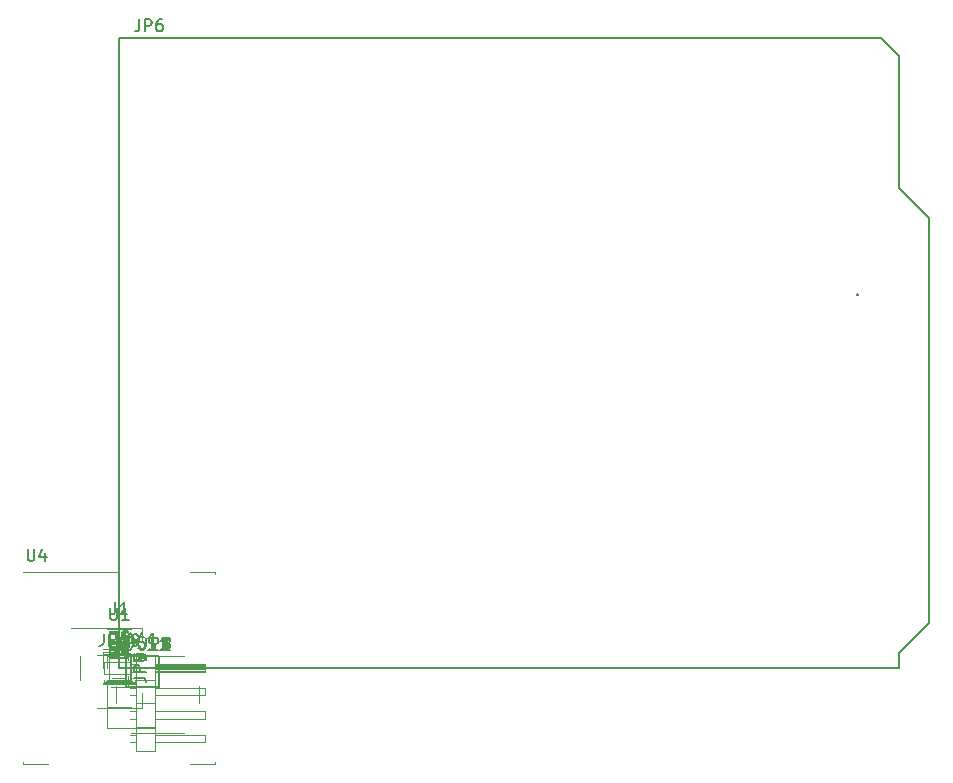
<source format=gbr>
G04 #@! TF.FileFunction,Legend,Top*
%FSLAX46Y46*%
G04 Gerber Fmt 4.6, Leading zero omitted, Abs format (unit mm)*
G04 Created by KiCad (PCBNEW 4.0.7) date Friday, April 27, 2018 'AMt' 09:02:40 AM*
%MOMM*%
%LPD*%
G01*
G04 APERTURE LIST*
%ADD10C,0.100000*%
%ADD11C,0.120000*%
%ADD12C,0.150000*%
G04 APERTURE END LIST*
D10*
D11*
X150271100Y-99073600D02*
X149271100Y-99073600D01*
X149271100Y-100773600D02*
X150271100Y-100773600D01*
X150271100Y-99073600D02*
X149271100Y-99073600D01*
X149271100Y-100773600D02*
X150271100Y-100773600D01*
X148471100Y-99423600D02*
X148471100Y-100423600D01*
X148471100Y-100423600D02*
X150571100Y-100423600D01*
X148471100Y-99423600D02*
X150571100Y-99423600D01*
X148771100Y-96623600D02*
X150771100Y-96623600D01*
X148771100Y-103223600D02*
X150771100Y-103223600D01*
X153071100Y-98923600D02*
X153071100Y-100923600D01*
X146471100Y-98923600D02*
X146471100Y-100923600D01*
X151211100Y-98863600D02*
X151211100Y-106983600D01*
X151211100Y-106983600D02*
X152831100Y-106983600D01*
X152831100Y-106983600D02*
X152831100Y-98863600D01*
X152831100Y-98863600D02*
X151211100Y-98863600D01*
X152831100Y-99613600D02*
X157031100Y-99613600D01*
X157031100Y-99613600D02*
X157031100Y-100233600D01*
X157031100Y-100233600D02*
X152831100Y-100233600D01*
X152831100Y-99673600D02*
X157031100Y-99673600D01*
X152831100Y-99793600D02*
X157031100Y-99793600D01*
X152831100Y-99913600D02*
X157031100Y-99913600D01*
X152831100Y-100033600D02*
X157031100Y-100033600D01*
X152831100Y-100153600D02*
X157031100Y-100153600D01*
X150706100Y-99613600D02*
X151211100Y-99613600D01*
X150706100Y-100233600D02*
X151211100Y-100233600D01*
X151211100Y-100923600D02*
X152831100Y-100923600D01*
X152831100Y-101613600D02*
X157031100Y-101613600D01*
X157031100Y-101613600D02*
X157031100Y-102233600D01*
X157031100Y-102233600D02*
X152831100Y-102233600D01*
X150653214Y-101613600D02*
X151211100Y-101613600D01*
X150653214Y-102233600D02*
X151211100Y-102233600D01*
X151211100Y-102923600D02*
X152831100Y-102923600D01*
X152831100Y-103613600D02*
X157031100Y-103613600D01*
X157031100Y-103613600D02*
X157031100Y-104233600D01*
X157031100Y-104233600D02*
X152831100Y-104233600D01*
X150653214Y-103613600D02*
X151211100Y-103613600D01*
X150653214Y-104233600D02*
X151211100Y-104233600D01*
X151211100Y-104923600D02*
X152831100Y-104923600D01*
X152831100Y-105613600D02*
X157031100Y-105613600D01*
X157031100Y-105613600D02*
X157031100Y-106233600D01*
X157031100Y-106233600D02*
X152831100Y-106233600D01*
X150653214Y-105613600D02*
X151211100Y-105613600D01*
X150653214Y-106233600D02*
X151211100Y-106233600D01*
X148771100Y-99923600D02*
X148771100Y-98923600D01*
X148771100Y-98923600D02*
X149771100Y-98923600D01*
X151211100Y-98863600D02*
X151211100Y-106983600D01*
X151211100Y-106983600D02*
X152831100Y-106983600D01*
X152831100Y-106983600D02*
X152831100Y-98863600D01*
X152831100Y-98863600D02*
X151211100Y-98863600D01*
X152831100Y-99613600D02*
X157031100Y-99613600D01*
X157031100Y-99613600D02*
X157031100Y-100233600D01*
X157031100Y-100233600D02*
X152831100Y-100233600D01*
X152831100Y-99673600D02*
X157031100Y-99673600D01*
X152831100Y-99793600D02*
X157031100Y-99793600D01*
X152831100Y-99913600D02*
X157031100Y-99913600D01*
X152831100Y-100033600D02*
X157031100Y-100033600D01*
X152831100Y-100153600D02*
X157031100Y-100153600D01*
X150706100Y-99613600D02*
X151211100Y-99613600D01*
X150706100Y-100233600D02*
X151211100Y-100233600D01*
X151211100Y-100923600D02*
X152831100Y-100923600D01*
X152831100Y-101613600D02*
X157031100Y-101613600D01*
X157031100Y-101613600D02*
X157031100Y-102233600D01*
X157031100Y-102233600D02*
X152831100Y-102233600D01*
X150653214Y-101613600D02*
X151211100Y-101613600D01*
X150653214Y-102233600D02*
X151211100Y-102233600D01*
X151211100Y-102923600D02*
X152831100Y-102923600D01*
X152831100Y-103613600D02*
X157031100Y-103613600D01*
X157031100Y-103613600D02*
X157031100Y-104233600D01*
X157031100Y-104233600D02*
X152831100Y-104233600D01*
X150653214Y-103613600D02*
X151211100Y-103613600D01*
X150653214Y-104233600D02*
X151211100Y-104233600D01*
X151211100Y-104923600D02*
X152831100Y-104923600D01*
X152831100Y-105613600D02*
X157031100Y-105613600D01*
X157031100Y-105613600D02*
X157031100Y-106233600D01*
X157031100Y-106233600D02*
X152831100Y-106233600D01*
X150653214Y-105613600D02*
X151211100Y-105613600D01*
X150653214Y-106233600D02*
X151211100Y-106233600D01*
X148771100Y-99923600D02*
X148771100Y-98923600D01*
X148771100Y-98923600D02*
X149771100Y-98923600D01*
X151211100Y-98863600D02*
X151211100Y-106983600D01*
X151211100Y-106983600D02*
X152831100Y-106983600D01*
X152831100Y-106983600D02*
X152831100Y-98863600D01*
X152831100Y-98863600D02*
X151211100Y-98863600D01*
X152831100Y-99613600D02*
X157031100Y-99613600D01*
X157031100Y-99613600D02*
X157031100Y-100233600D01*
X157031100Y-100233600D02*
X152831100Y-100233600D01*
X152831100Y-99673600D02*
X157031100Y-99673600D01*
X152831100Y-99793600D02*
X157031100Y-99793600D01*
X152831100Y-99913600D02*
X157031100Y-99913600D01*
X152831100Y-100033600D02*
X157031100Y-100033600D01*
X152831100Y-100153600D02*
X157031100Y-100153600D01*
X150706100Y-99613600D02*
X151211100Y-99613600D01*
X150706100Y-100233600D02*
X151211100Y-100233600D01*
X151211100Y-100923600D02*
X152831100Y-100923600D01*
X152831100Y-101613600D02*
X157031100Y-101613600D01*
X157031100Y-101613600D02*
X157031100Y-102233600D01*
X157031100Y-102233600D02*
X152831100Y-102233600D01*
X150653214Y-101613600D02*
X151211100Y-101613600D01*
X150653214Y-102233600D02*
X151211100Y-102233600D01*
X151211100Y-102923600D02*
X152831100Y-102923600D01*
X152831100Y-103613600D02*
X157031100Y-103613600D01*
X157031100Y-103613600D02*
X157031100Y-104233600D01*
X157031100Y-104233600D02*
X152831100Y-104233600D01*
X150653214Y-103613600D02*
X151211100Y-103613600D01*
X150653214Y-104233600D02*
X151211100Y-104233600D01*
X151211100Y-104923600D02*
X152831100Y-104923600D01*
X152831100Y-105613600D02*
X157031100Y-105613600D01*
X157031100Y-105613600D02*
X157031100Y-106233600D01*
X157031100Y-106233600D02*
X152831100Y-106233600D01*
X150653214Y-105613600D02*
X151211100Y-105613600D01*
X150653214Y-106233600D02*
X151211100Y-106233600D01*
X148771100Y-99923600D02*
X148771100Y-98923600D01*
X148771100Y-98923600D02*
X149771100Y-98923600D01*
X151211100Y-98863600D02*
X151211100Y-106983600D01*
X151211100Y-106983600D02*
X152831100Y-106983600D01*
X152831100Y-106983600D02*
X152831100Y-98863600D01*
X152831100Y-98863600D02*
X151211100Y-98863600D01*
X152831100Y-99613600D02*
X157031100Y-99613600D01*
X157031100Y-99613600D02*
X157031100Y-100233600D01*
X157031100Y-100233600D02*
X152831100Y-100233600D01*
X152831100Y-99673600D02*
X157031100Y-99673600D01*
X152831100Y-99793600D02*
X157031100Y-99793600D01*
X152831100Y-99913600D02*
X157031100Y-99913600D01*
X152831100Y-100033600D02*
X157031100Y-100033600D01*
X152831100Y-100153600D02*
X157031100Y-100153600D01*
X150706100Y-99613600D02*
X151211100Y-99613600D01*
X150706100Y-100233600D02*
X151211100Y-100233600D01*
X151211100Y-100923600D02*
X152831100Y-100923600D01*
X152831100Y-101613600D02*
X157031100Y-101613600D01*
X157031100Y-101613600D02*
X157031100Y-102233600D01*
X157031100Y-102233600D02*
X152831100Y-102233600D01*
X150653214Y-101613600D02*
X151211100Y-101613600D01*
X150653214Y-102233600D02*
X151211100Y-102233600D01*
X151211100Y-102923600D02*
X152831100Y-102923600D01*
X152831100Y-103613600D02*
X157031100Y-103613600D01*
X157031100Y-103613600D02*
X157031100Y-104233600D01*
X157031100Y-104233600D02*
X152831100Y-104233600D01*
X150653214Y-103613600D02*
X151211100Y-103613600D01*
X150653214Y-104233600D02*
X151211100Y-104233600D01*
X151211100Y-104923600D02*
X152831100Y-104923600D01*
X152831100Y-105613600D02*
X157031100Y-105613600D01*
X157031100Y-105613600D02*
X157031100Y-106233600D01*
X157031100Y-106233600D02*
X152831100Y-106233600D01*
X150653214Y-105613600D02*
X151211100Y-105613600D01*
X150653214Y-106233600D02*
X151211100Y-106233600D01*
X148771100Y-99923600D02*
X148771100Y-98923600D01*
X148771100Y-98923600D02*
X149771100Y-98923600D01*
X148711100Y-104983600D02*
X152831100Y-104983600D01*
X148711100Y-100923600D02*
X148711100Y-104983600D01*
X152831100Y-98863600D02*
X152831100Y-104983600D01*
X148711100Y-100923600D02*
X150771100Y-100923600D01*
X150771100Y-100923600D02*
X150771100Y-98863600D01*
X150771100Y-98863600D02*
X152831100Y-98863600D01*
X148711100Y-99923600D02*
X148711100Y-98863600D01*
X148711100Y-98863600D02*
X149771100Y-98863600D01*
D12*
X149771100Y-46583600D02*
X149771100Y-99923600D01*
X215811100Y-59283600D02*
X215811100Y-48107600D01*
X218351100Y-61823600D02*
X215811100Y-59283600D01*
X218351100Y-96113600D02*
X218351100Y-61823600D01*
X215811100Y-98653600D02*
X218351100Y-96113600D01*
X215811100Y-99923600D02*
X215811100Y-98653600D01*
X214287100Y-46583600D02*
X215811100Y-48107600D01*
X149771100Y-99923600D02*
X215811100Y-99923600D01*
X149771100Y-46583600D02*
X214287100Y-46583600D01*
D11*
X148881100Y-98653600D02*
X148881100Y-101193600D01*
X150661100Y-101193600D02*
X150661100Y-98653600D01*
X150661100Y-101193600D02*
X148881100Y-101193600D01*
X148881100Y-98653600D02*
X150661100Y-98653600D01*
X148881100Y-98653600D02*
X148881100Y-101193600D01*
X150661100Y-101193600D02*
X150661100Y-98653600D01*
X150661100Y-101193600D02*
X148881100Y-101193600D01*
X148881100Y-98653600D02*
X150661100Y-98653600D01*
X148881100Y-98653600D02*
X148881100Y-101193600D01*
X150661100Y-101193600D02*
X150661100Y-98653600D01*
X150661100Y-101193600D02*
X148881100Y-101193600D01*
X148881100Y-98653600D02*
X150661100Y-98653600D01*
X148441100Y-101253600D02*
X151101100Y-101253600D01*
X148441100Y-101193600D02*
X148441100Y-101253600D01*
X151101100Y-101193600D02*
X151101100Y-101253600D01*
X148441100Y-101193600D02*
X151101100Y-101193600D01*
X148441100Y-99923600D02*
X148441100Y-98593600D01*
X148441100Y-98593600D02*
X149771100Y-98593600D01*
X150531100Y-101503600D02*
X150531100Y-100573600D01*
X150531100Y-98343600D02*
X150531100Y-99273600D01*
X150531100Y-98343600D02*
X148371100Y-98343600D01*
X150531100Y-101503600D02*
X149071100Y-101503600D01*
X150531100Y-101503600D02*
X150531100Y-100573600D01*
X150531100Y-98343600D02*
X150531100Y-99273600D01*
X150531100Y-98343600D02*
X148371100Y-98343600D01*
X150531100Y-101503600D02*
X149071100Y-101503600D01*
X150371100Y-100803600D02*
X149171100Y-100803600D01*
X149171100Y-99043600D02*
X150371100Y-99043600D01*
X150371100Y-100803600D02*
X149171100Y-100803600D01*
X149171100Y-99043600D02*
X150371100Y-99043600D01*
X150371100Y-100803600D02*
X149171100Y-100803600D01*
X149171100Y-99043600D02*
X150371100Y-99043600D01*
X150371100Y-100803600D02*
X149171100Y-100803600D01*
X149171100Y-99043600D02*
X150371100Y-99043600D01*
X150371100Y-100803600D02*
X149171100Y-100803600D01*
X149171100Y-99043600D02*
X150371100Y-99043600D01*
X150371100Y-100803600D02*
X149171100Y-100803600D01*
X149171100Y-99043600D02*
X150371100Y-99043600D01*
X150371100Y-100803600D02*
X149171100Y-100803600D01*
X149171100Y-99043600D02*
X150371100Y-99043600D01*
X150371100Y-100803600D02*
X149171100Y-100803600D01*
X149171100Y-99043600D02*
X150371100Y-99043600D01*
X150771100Y-105423600D02*
X155271100Y-105423600D01*
X149521100Y-101423600D02*
X149521100Y-102923600D01*
X155271100Y-98923600D02*
X150771100Y-98923600D01*
X156521100Y-102923600D02*
X156521100Y-101423600D01*
X151681100Y-103333600D02*
X151681100Y-102073600D01*
X151681100Y-96513600D02*
X151681100Y-97773600D01*
X147921100Y-103333600D02*
X151681100Y-103333600D01*
X145671100Y-96513600D02*
X151681100Y-96513600D01*
X150871100Y-101023600D02*
X148671100Y-101023600D01*
X150871100Y-98823600D02*
X147871100Y-98823600D01*
X150871100Y-101023600D02*
X148671100Y-101023600D01*
X150871100Y-98823600D02*
X147871100Y-98823600D01*
D10*
X141651100Y-91803600D02*
X149771100Y-91803600D01*
X155771100Y-108043600D02*
X157891100Y-108043600D01*
X157891100Y-108043600D02*
X157891100Y-107873600D01*
X141651100Y-108043600D02*
X143771100Y-108043600D01*
X141651100Y-108043600D02*
X141651100Y-107873600D01*
X155771100Y-91803600D02*
X157891100Y-91803600D01*
X157891100Y-91803600D02*
X157891100Y-91973600D01*
D11*
X148471100Y-101123600D02*
X148471100Y-100923600D01*
X148471100Y-98823600D02*
X148071100Y-98823600D01*
X148471100Y-98723600D02*
X148471100Y-98823600D01*
X151071100Y-98723600D02*
X148471100Y-98723600D01*
X151071100Y-98923600D02*
X151071100Y-98723600D01*
X151071100Y-101123600D02*
X151071100Y-100923600D01*
X148471100Y-101123600D02*
X151071100Y-101123600D01*
D12*
X150371100Y-101523600D02*
X153171100Y-101523600D01*
X151771100Y-98923600D02*
X150371100Y-98923600D01*
X151771100Y-98923600D02*
X153171100Y-98923600D01*
X153171100Y-98923600D02*
X153171100Y-101523600D01*
X150371100Y-101523600D02*
X150371100Y-98923600D01*
X149604434Y-98780743D02*
X149556815Y-98828362D01*
X149413958Y-98875981D01*
X149318720Y-98875981D01*
X149175862Y-98828362D01*
X149080624Y-98733124D01*
X149033005Y-98637886D01*
X148985386Y-98447410D01*
X148985386Y-98304552D01*
X149033005Y-98114076D01*
X149080624Y-98018838D01*
X149175862Y-97923600D01*
X149318720Y-97875981D01*
X149413958Y-97875981D01*
X149556815Y-97923600D01*
X149604434Y-97971219D01*
X150556815Y-98875981D02*
X149985386Y-98875981D01*
X150271100Y-98875981D02*
X150271100Y-97875981D01*
X150175862Y-98018838D01*
X150080624Y-98114076D01*
X149985386Y-98161695D01*
X149604434Y-98780743D02*
X149556815Y-98828362D01*
X149413958Y-98875981D01*
X149318720Y-98875981D01*
X149175862Y-98828362D01*
X149080624Y-98733124D01*
X149033005Y-98637886D01*
X148985386Y-98447410D01*
X148985386Y-98304552D01*
X149033005Y-98114076D01*
X149080624Y-98018838D01*
X149175862Y-97923600D01*
X149318720Y-97875981D01*
X149413958Y-97875981D01*
X149556815Y-97923600D01*
X149604434Y-97971219D01*
X149985386Y-97971219D02*
X150033005Y-97923600D01*
X150128243Y-97875981D01*
X150366339Y-97875981D01*
X150461577Y-97923600D01*
X150509196Y-97971219D01*
X150556815Y-98066457D01*
X150556815Y-98161695D01*
X150509196Y-98304552D01*
X149937767Y-98875981D01*
X150556815Y-98875981D01*
X149033005Y-99125981D02*
X149033005Y-98125981D01*
X149271100Y-98125981D01*
X149413958Y-98173600D01*
X149509196Y-98268838D01*
X149556815Y-98364076D01*
X149604434Y-98554552D01*
X149604434Y-98697410D01*
X149556815Y-98887886D01*
X149509196Y-98983124D01*
X149413958Y-99078362D01*
X149271100Y-99125981D01*
X149033005Y-99125981D01*
X150556815Y-99125981D02*
X149985386Y-99125981D01*
X150271100Y-99125981D02*
X150271100Y-98125981D01*
X150175862Y-98268838D01*
X150080624Y-98364076D01*
X149985386Y-98411695D01*
X149437767Y-94375981D02*
X149437767Y-95090267D01*
X149390147Y-95233124D01*
X149294909Y-95328362D01*
X149152052Y-95375981D01*
X149056814Y-95375981D01*
X150437767Y-95375981D02*
X149866338Y-95375981D01*
X150152052Y-95375981D02*
X150152052Y-94375981D01*
X150056814Y-94518838D01*
X149961576Y-94614076D01*
X149866338Y-94661695D01*
X152037767Y-97375981D02*
X152037767Y-98090267D01*
X151990147Y-98233124D01*
X151894909Y-98328362D01*
X151752052Y-98375981D01*
X151656814Y-98375981D01*
X152513957Y-98375981D02*
X152513957Y-97375981D01*
X152894910Y-97375981D01*
X152990148Y-97423600D01*
X153037767Y-97471219D01*
X153085386Y-97566457D01*
X153085386Y-97709314D01*
X153037767Y-97804552D01*
X152990148Y-97852171D01*
X152894910Y-97899790D01*
X152513957Y-97899790D01*
X154037767Y-98375981D02*
X153466338Y-98375981D01*
X153752052Y-98375981D02*
X153752052Y-97375981D01*
X153656814Y-97518838D01*
X153561576Y-97614076D01*
X153466338Y-97661695D01*
X152037767Y-97375981D02*
X152037767Y-98090267D01*
X151990147Y-98233124D01*
X151894909Y-98328362D01*
X151752052Y-98375981D01*
X151656814Y-98375981D01*
X152513957Y-98375981D02*
X152513957Y-97375981D01*
X152894910Y-97375981D01*
X152990148Y-97423600D01*
X153037767Y-97471219D01*
X153085386Y-97566457D01*
X153085386Y-97709314D01*
X153037767Y-97804552D01*
X152990148Y-97852171D01*
X152894910Y-97899790D01*
X152513957Y-97899790D01*
X153466338Y-97471219D02*
X153513957Y-97423600D01*
X153609195Y-97375981D01*
X153847291Y-97375981D01*
X153942529Y-97423600D01*
X153990148Y-97471219D01*
X154037767Y-97566457D01*
X154037767Y-97661695D01*
X153990148Y-97804552D01*
X153418719Y-98375981D01*
X154037767Y-98375981D01*
X152037767Y-97375981D02*
X152037767Y-98090267D01*
X151990147Y-98233124D01*
X151894909Y-98328362D01*
X151752052Y-98375981D01*
X151656814Y-98375981D01*
X152513957Y-98375981D02*
X152513957Y-97375981D01*
X152894910Y-97375981D01*
X152990148Y-97423600D01*
X153037767Y-97471219D01*
X153085386Y-97566457D01*
X153085386Y-97709314D01*
X153037767Y-97804552D01*
X152990148Y-97852171D01*
X152894910Y-97899790D01*
X152513957Y-97899790D01*
X153418719Y-97375981D02*
X154037767Y-97375981D01*
X153704433Y-97756933D01*
X153847291Y-97756933D01*
X153942529Y-97804552D01*
X153990148Y-97852171D01*
X154037767Y-97947410D01*
X154037767Y-98185505D01*
X153990148Y-98280743D01*
X153942529Y-98328362D01*
X153847291Y-98375981D01*
X153561576Y-98375981D01*
X153466338Y-98328362D01*
X153418719Y-98280743D01*
X152037767Y-97375981D02*
X152037767Y-98090267D01*
X151990147Y-98233124D01*
X151894909Y-98328362D01*
X151752052Y-98375981D01*
X151656814Y-98375981D01*
X152513957Y-98375981D02*
X152513957Y-97375981D01*
X152894910Y-97375981D01*
X152990148Y-97423600D01*
X153037767Y-97471219D01*
X153085386Y-97566457D01*
X153085386Y-97709314D01*
X153037767Y-97804552D01*
X152990148Y-97852171D01*
X152894910Y-97899790D01*
X152513957Y-97899790D01*
X153942529Y-97709314D02*
X153942529Y-98375981D01*
X153704433Y-97328362D02*
X153466338Y-98042648D01*
X154085386Y-98042648D01*
X149937767Y-97315981D02*
X149937767Y-98030267D01*
X149890147Y-98173124D01*
X149794909Y-98268362D01*
X149652052Y-98315981D01*
X149556814Y-98315981D01*
X150413957Y-98315981D02*
X150413957Y-97315981D01*
X150794910Y-97315981D01*
X150890148Y-97363600D01*
X150937767Y-97411219D01*
X150985386Y-97506457D01*
X150985386Y-97649314D01*
X150937767Y-97744552D01*
X150890148Y-97792171D01*
X150794910Y-97839790D01*
X150413957Y-97839790D01*
X151890148Y-97315981D02*
X151413957Y-97315981D01*
X151366338Y-97792171D01*
X151413957Y-97744552D01*
X151509195Y-97696933D01*
X151747291Y-97696933D01*
X151842529Y-97744552D01*
X151890148Y-97792171D01*
X151937767Y-97887410D01*
X151937767Y-98125505D01*
X151890148Y-98220743D01*
X151842529Y-98268362D01*
X151747291Y-98315981D01*
X151509195Y-98315981D01*
X151413957Y-98268362D01*
X151366338Y-98220743D01*
X151477767Y-45019981D02*
X151477767Y-45734267D01*
X151430147Y-45877124D01*
X151334909Y-45972362D01*
X151192052Y-46019981D01*
X151096814Y-46019981D01*
X151953957Y-46019981D02*
X151953957Y-45019981D01*
X152334910Y-45019981D01*
X152430148Y-45067600D01*
X152477767Y-45115219D01*
X152525386Y-45210457D01*
X152525386Y-45353314D01*
X152477767Y-45448552D01*
X152430148Y-45496171D01*
X152334910Y-45543790D01*
X151953957Y-45543790D01*
X153382529Y-45019981D02*
X153192052Y-45019981D01*
X153096814Y-45067600D01*
X153049195Y-45115219D01*
X152953957Y-45258076D01*
X152906338Y-45448552D01*
X152906338Y-45829505D01*
X152953957Y-45924743D01*
X153001576Y-45972362D01*
X153096814Y-46019981D01*
X153287291Y-46019981D01*
X153382529Y-45972362D01*
X153430148Y-45924743D01*
X153477767Y-45829505D01*
X153477767Y-45591410D01*
X153430148Y-45496171D01*
X153382529Y-45448552D01*
X153287291Y-45400933D01*
X153096814Y-45400933D01*
X153001576Y-45448552D01*
X152953957Y-45496171D01*
X152906338Y-45591410D01*
X212255100Y-68276743D02*
X212302719Y-68324362D01*
X212255100Y-68371981D01*
X212207481Y-68324362D01*
X212255100Y-68276743D01*
X212255100Y-68371981D01*
X151003481Y-100756933D02*
X151717767Y-100756933D01*
X151860624Y-100804553D01*
X151955862Y-100899791D01*
X152003481Y-101042648D01*
X152003481Y-101137886D01*
X152003481Y-100280743D02*
X151003481Y-100280743D01*
X151003481Y-99899790D01*
X151051100Y-99804552D01*
X151098719Y-99756933D01*
X151193957Y-99709314D01*
X151336814Y-99709314D01*
X151432052Y-99756933D01*
X151479671Y-99804552D01*
X151527290Y-99899790D01*
X151527290Y-100280743D01*
X151003481Y-99375981D02*
X151003481Y-98709314D01*
X152003481Y-99137886D01*
X151003481Y-100756933D02*
X151717767Y-100756933D01*
X151860624Y-100804553D01*
X151955862Y-100899791D01*
X152003481Y-101042648D01*
X152003481Y-101137886D01*
X152003481Y-100280743D02*
X151003481Y-100280743D01*
X151003481Y-99899790D01*
X151051100Y-99804552D01*
X151098719Y-99756933D01*
X151193957Y-99709314D01*
X151336814Y-99709314D01*
X151432052Y-99756933D01*
X151479671Y-99804552D01*
X151527290Y-99899790D01*
X151527290Y-100280743D01*
X151432052Y-99137886D02*
X151384433Y-99233124D01*
X151336814Y-99280743D01*
X151241576Y-99328362D01*
X151193957Y-99328362D01*
X151098719Y-99280743D01*
X151051100Y-99233124D01*
X151003481Y-99137886D01*
X151003481Y-98947409D01*
X151051100Y-98852171D01*
X151098719Y-98804552D01*
X151193957Y-98756933D01*
X151241576Y-98756933D01*
X151336814Y-98804552D01*
X151384433Y-98852171D01*
X151432052Y-98947409D01*
X151432052Y-99137886D01*
X151479671Y-99233124D01*
X151527290Y-99280743D01*
X151622529Y-99328362D01*
X151813005Y-99328362D01*
X151908243Y-99280743D01*
X151955862Y-99233124D01*
X152003481Y-99137886D01*
X152003481Y-98947409D01*
X151955862Y-98852171D01*
X151908243Y-98804552D01*
X151813005Y-98756933D01*
X151622529Y-98756933D01*
X151527290Y-98804552D01*
X151479671Y-98852171D01*
X151432052Y-98947409D01*
X151003481Y-100756933D02*
X151717767Y-100756933D01*
X151860624Y-100804553D01*
X151955862Y-100899791D01*
X152003481Y-101042648D01*
X152003481Y-101137886D01*
X152003481Y-100280743D02*
X151003481Y-100280743D01*
X151003481Y-99899790D01*
X151051100Y-99804552D01*
X151098719Y-99756933D01*
X151193957Y-99709314D01*
X151336814Y-99709314D01*
X151432052Y-99756933D01*
X151479671Y-99804552D01*
X151527290Y-99899790D01*
X151527290Y-100280743D01*
X152003481Y-99233124D02*
X152003481Y-99042648D01*
X151955862Y-98947409D01*
X151908243Y-98899790D01*
X151765386Y-98804552D01*
X151574910Y-98756933D01*
X151193957Y-98756933D01*
X151098719Y-98804552D01*
X151051100Y-98852171D01*
X151003481Y-98947409D01*
X151003481Y-99137886D01*
X151051100Y-99233124D01*
X151098719Y-99280743D01*
X151193957Y-99328362D01*
X151432052Y-99328362D01*
X151527290Y-99280743D01*
X151574910Y-99233124D01*
X151622529Y-99137886D01*
X151622529Y-98947409D01*
X151574910Y-98852171D01*
X151527290Y-98804552D01*
X151432052Y-98756933D01*
X148461577Y-97045981D02*
X148461577Y-97760267D01*
X148413957Y-97903124D01*
X148318719Y-97998362D01*
X148175862Y-98045981D01*
X148080624Y-98045981D01*
X148937767Y-98045981D02*
X148937767Y-97045981D01*
X149318720Y-97045981D01*
X149413958Y-97093600D01*
X149461577Y-97141219D01*
X149509196Y-97236457D01*
X149509196Y-97379314D01*
X149461577Y-97474552D01*
X149413958Y-97522171D01*
X149318720Y-97569790D01*
X148937767Y-97569790D01*
X150461577Y-98045981D02*
X149890148Y-98045981D01*
X150175862Y-98045981D02*
X150175862Y-97045981D01*
X150080624Y-97188838D01*
X149985386Y-97284076D01*
X149890148Y-97331695D01*
X151080624Y-97045981D02*
X151175863Y-97045981D01*
X151271101Y-97093600D01*
X151318720Y-97141219D01*
X151366339Y-97236457D01*
X151413958Y-97426933D01*
X151413958Y-97665029D01*
X151366339Y-97855505D01*
X151318720Y-97950743D01*
X151271101Y-97998362D01*
X151175863Y-98045981D01*
X151080624Y-98045981D01*
X150985386Y-97998362D01*
X150937767Y-97950743D01*
X150890148Y-97855505D01*
X150842529Y-97665029D01*
X150842529Y-97426933D01*
X150890148Y-97236457D01*
X150937767Y-97141219D01*
X150985386Y-97093600D01*
X151080624Y-97045981D01*
X149675862Y-97971219D02*
X149580624Y-97923600D01*
X149485386Y-97828362D01*
X149342529Y-97685505D01*
X149247290Y-97637886D01*
X149152052Y-97637886D01*
X149199671Y-97875981D02*
X149104433Y-97828362D01*
X149009195Y-97733124D01*
X148961576Y-97542648D01*
X148961576Y-97209314D01*
X149009195Y-97018838D01*
X149104433Y-96923600D01*
X149199671Y-96875981D01*
X149390148Y-96875981D01*
X149485386Y-96923600D01*
X149580624Y-97018838D01*
X149628243Y-97209314D01*
X149628243Y-97542648D01*
X149580624Y-97733124D01*
X149485386Y-97828362D01*
X149390148Y-97875981D01*
X149199671Y-97875981D01*
X150580624Y-97875981D02*
X150009195Y-97875981D01*
X150294909Y-97875981D02*
X150294909Y-96875981D01*
X150199671Y-97018838D01*
X150104433Y-97114076D01*
X150009195Y-97161695D01*
X149675862Y-97971219D02*
X149580624Y-97923600D01*
X149485386Y-97828362D01*
X149342529Y-97685505D01*
X149247290Y-97637886D01*
X149152052Y-97637886D01*
X149199671Y-97875981D02*
X149104433Y-97828362D01*
X149009195Y-97733124D01*
X148961576Y-97542648D01*
X148961576Y-97209314D01*
X149009195Y-97018838D01*
X149104433Y-96923600D01*
X149199671Y-96875981D01*
X149390148Y-96875981D01*
X149485386Y-96923600D01*
X149580624Y-97018838D01*
X149628243Y-97209314D01*
X149628243Y-97542648D01*
X149580624Y-97733124D01*
X149485386Y-97828362D01*
X149390148Y-97875981D01*
X149199671Y-97875981D01*
X150009195Y-96971219D02*
X150056814Y-96923600D01*
X150152052Y-96875981D01*
X150390148Y-96875981D01*
X150485386Y-96923600D01*
X150533005Y-96971219D01*
X150580624Y-97066457D01*
X150580624Y-97161695D01*
X150533005Y-97304552D01*
X149961576Y-97875981D01*
X150580624Y-97875981D01*
X149604434Y-98725981D02*
X149271100Y-98249790D01*
X149033005Y-98725981D02*
X149033005Y-97725981D01*
X149413958Y-97725981D01*
X149509196Y-97773600D01*
X149556815Y-97821219D01*
X149604434Y-97916457D01*
X149604434Y-98059314D01*
X149556815Y-98154552D01*
X149509196Y-98202171D01*
X149413958Y-98249790D01*
X149033005Y-98249790D01*
X150556815Y-98725981D02*
X149985386Y-98725981D01*
X150271100Y-98725981D02*
X150271100Y-97725981D01*
X150175862Y-97868838D01*
X150080624Y-97964076D01*
X149985386Y-98011695D01*
X149604434Y-98725981D02*
X149271100Y-98249790D01*
X149033005Y-98725981D02*
X149033005Y-97725981D01*
X149413958Y-97725981D01*
X149509196Y-97773600D01*
X149556815Y-97821219D01*
X149604434Y-97916457D01*
X149604434Y-98059314D01*
X149556815Y-98154552D01*
X149509196Y-98202171D01*
X149413958Y-98249790D01*
X149033005Y-98249790D01*
X149985386Y-97821219D02*
X150033005Y-97773600D01*
X150128243Y-97725981D01*
X150366339Y-97725981D01*
X150461577Y-97773600D01*
X150509196Y-97821219D01*
X150556815Y-97916457D01*
X150556815Y-98011695D01*
X150509196Y-98154552D01*
X149937767Y-98725981D01*
X150556815Y-98725981D01*
X149604434Y-98725981D02*
X149271100Y-98249790D01*
X149033005Y-98725981D02*
X149033005Y-97725981D01*
X149413958Y-97725981D01*
X149509196Y-97773600D01*
X149556815Y-97821219D01*
X149604434Y-97916457D01*
X149604434Y-98059314D01*
X149556815Y-98154552D01*
X149509196Y-98202171D01*
X149413958Y-98249790D01*
X149033005Y-98249790D01*
X149937767Y-97725981D02*
X150556815Y-97725981D01*
X150223481Y-98106933D01*
X150366339Y-98106933D01*
X150461577Y-98154552D01*
X150509196Y-98202171D01*
X150556815Y-98297410D01*
X150556815Y-98535505D01*
X150509196Y-98630743D01*
X150461577Y-98678362D01*
X150366339Y-98725981D01*
X150080624Y-98725981D01*
X149985386Y-98678362D01*
X149937767Y-98630743D01*
X149604434Y-98725981D02*
X149271100Y-98249790D01*
X149033005Y-98725981D02*
X149033005Y-97725981D01*
X149413958Y-97725981D01*
X149509196Y-97773600D01*
X149556815Y-97821219D01*
X149604434Y-97916457D01*
X149604434Y-98059314D01*
X149556815Y-98154552D01*
X149509196Y-98202171D01*
X149413958Y-98249790D01*
X149033005Y-98249790D01*
X150461577Y-98059314D02*
X150461577Y-98725981D01*
X150223481Y-97678362D02*
X149985386Y-98392648D01*
X150604434Y-98392648D01*
X149604434Y-98725981D02*
X149271100Y-98249790D01*
X149033005Y-98725981D02*
X149033005Y-97725981D01*
X149413958Y-97725981D01*
X149509196Y-97773600D01*
X149556815Y-97821219D01*
X149604434Y-97916457D01*
X149604434Y-98059314D01*
X149556815Y-98154552D01*
X149509196Y-98202171D01*
X149413958Y-98249790D01*
X149033005Y-98249790D01*
X150509196Y-97725981D02*
X150033005Y-97725981D01*
X149985386Y-98202171D01*
X150033005Y-98154552D01*
X150128243Y-98106933D01*
X150366339Y-98106933D01*
X150461577Y-98154552D01*
X150509196Y-98202171D01*
X150556815Y-98297410D01*
X150556815Y-98535505D01*
X150509196Y-98630743D01*
X150461577Y-98678362D01*
X150366339Y-98725981D01*
X150128243Y-98725981D01*
X150033005Y-98678362D01*
X149985386Y-98630743D01*
X149604434Y-98725981D02*
X149271100Y-98249790D01*
X149033005Y-98725981D02*
X149033005Y-97725981D01*
X149413958Y-97725981D01*
X149509196Y-97773600D01*
X149556815Y-97821219D01*
X149604434Y-97916457D01*
X149604434Y-98059314D01*
X149556815Y-98154552D01*
X149509196Y-98202171D01*
X149413958Y-98249790D01*
X149033005Y-98249790D01*
X150461577Y-97725981D02*
X150271100Y-97725981D01*
X150175862Y-97773600D01*
X150128243Y-97821219D01*
X150033005Y-97964076D01*
X149985386Y-98154552D01*
X149985386Y-98535505D01*
X150033005Y-98630743D01*
X150080624Y-98678362D01*
X150175862Y-98725981D01*
X150366339Y-98725981D01*
X150461577Y-98678362D01*
X150509196Y-98630743D01*
X150556815Y-98535505D01*
X150556815Y-98297410D01*
X150509196Y-98202171D01*
X150461577Y-98154552D01*
X150366339Y-98106933D01*
X150175862Y-98106933D01*
X150080624Y-98154552D01*
X150033005Y-98202171D01*
X149985386Y-98297410D01*
X149604434Y-98725981D02*
X149271100Y-98249790D01*
X149033005Y-98725981D02*
X149033005Y-97725981D01*
X149413958Y-97725981D01*
X149509196Y-97773600D01*
X149556815Y-97821219D01*
X149604434Y-97916457D01*
X149604434Y-98059314D01*
X149556815Y-98154552D01*
X149509196Y-98202171D01*
X149413958Y-98249790D01*
X149033005Y-98249790D01*
X149937767Y-97725981D02*
X150604434Y-97725981D01*
X150175862Y-98725981D01*
X149604434Y-98725981D02*
X149271100Y-98249790D01*
X149033005Y-98725981D02*
X149033005Y-97725981D01*
X149413958Y-97725981D01*
X149509196Y-97773600D01*
X149556815Y-97821219D01*
X149604434Y-97916457D01*
X149604434Y-98059314D01*
X149556815Y-98154552D01*
X149509196Y-98202171D01*
X149413958Y-98249790D01*
X149033005Y-98249790D01*
X150175862Y-98154552D02*
X150080624Y-98106933D01*
X150033005Y-98059314D01*
X149985386Y-97964076D01*
X149985386Y-97916457D01*
X150033005Y-97821219D01*
X150080624Y-97773600D01*
X150175862Y-97725981D01*
X150366339Y-97725981D01*
X150461577Y-97773600D01*
X150509196Y-97821219D01*
X150556815Y-97916457D01*
X150556815Y-97964076D01*
X150509196Y-98059314D01*
X150461577Y-98106933D01*
X150366339Y-98154552D01*
X150175862Y-98154552D01*
X150080624Y-98202171D01*
X150033005Y-98249790D01*
X149985386Y-98345029D01*
X149985386Y-98535505D01*
X150033005Y-98630743D01*
X150080624Y-98678362D01*
X150175862Y-98725981D01*
X150366339Y-98725981D01*
X150461577Y-98678362D01*
X150509196Y-98630743D01*
X150556815Y-98535505D01*
X150556815Y-98345029D01*
X150509196Y-98249790D01*
X150461577Y-98202171D01*
X150366339Y-98154552D01*
X152259195Y-98328362D02*
X152402052Y-98375981D01*
X152640148Y-98375981D01*
X152735386Y-98328362D01*
X152783005Y-98280743D01*
X152830624Y-98185505D01*
X152830624Y-98090267D01*
X152783005Y-97995029D01*
X152735386Y-97947410D01*
X152640148Y-97899790D01*
X152449671Y-97852171D01*
X152354433Y-97804552D01*
X152306814Y-97756933D01*
X152259195Y-97661695D01*
X152259195Y-97566457D01*
X152306814Y-97471219D01*
X152354433Y-97423600D01*
X152449671Y-97375981D01*
X152687767Y-97375981D01*
X152830624Y-97423600D01*
X153783005Y-98375981D02*
X153211576Y-98375981D01*
X153497290Y-98375981D02*
X153497290Y-97375981D01*
X153402052Y-97518838D01*
X153306814Y-97614076D01*
X153211576Y-97661695D01*
X149009195Y-94875981D02*
X149009195Y-95685505D01*
X149056814Y-95780743D01*
X149104433Y-95828362D01*
X149199671Y-95875981D01*
X149390148Y-95875981D01*
X149485386Y-95828362D01*
X149533005Y-95780743D01*
X149580624Y-95685505D01*
X149580624Y-94875981D01*
X150580624Y-95875981D02*
X150009195Y-95875981D01*
X150294909Y-95875981D02*
X150294909Y-94875981D01*
X150199671Y-95018838D01*
X150104433Y-95114076D01*
X150009195Y-95161695D01*
X149009195Y-97375981D02*
X149009195Y-98185505D01*
X149056814Y-98280743D01*
X149104433Y-98328362D01*
X149199671Y-98375981D01*
X149390148Y-98375981D01*
X149485386Y-98328362D01*
X149533005Y-98280743D01*
X149580624Y-98185505D01*
X149580624Y-97375981D01*
X150009195Y-97471219D02*
X150056814Y-97423600D01*
X150152052Y-97375981D01*
X150390148Y-97375981D01*
X150485386Y-97423600D01*
X150533005Y-97471219D01*
X150580624Y-97566457D01*
X150580624Y-97661695D01*
X150533005Y-97804552D01*
X149961576Y-98375981D01*
X150580624Y-98375981D01*
X149009195Y-97375981D02*
X149009195Y-98185505D01*
X149056814Y-98280743D01*
X149104433Y-98328362D01*
X149199671Y-98375981D01*
X149390148Y-98375981D01*
X149485386Y-98328362D01*
X149533005Y-98280743D01*
X149580624Y-98185505D01*
X149580624Y-97375981D01*
X149961576Y-97375981D02*
X150580624Y-97375981D01*
X150247290Y-97756933D01*
X150390148Y-97756933D01*
X150485386Y-97804552D01*
X150533005Y-97852171D01*
X150580624Y-97947410D01*
X150580624Y-98185505D01*
X150533005Y-98280743D01*
X150485386Y-98328362D01*
X150390148Y-98375981D01*
X150104433Y-98375981D01*
X150009195Y-98328362D01*
X149961576Y-98280743D01*
X142009195Y-89875981D02*
X142009195Y-90685505D01*
X142056814Y-90780743D01*
X142104433Y-90828362D01*
X142199671Y-90875981D01*
X142390148Y-90875981D01*
X142485386Y-90828362D01*
X142533005Y-90780743D01*
X142580624Y-90685505D01*
X142580624Y-89875981D01*
X143485386Y-90209314D02*
X143485386Y-90875981D01*
X143247290Y-89828362D02*
X143009195Y-90542648D01*
X143628243Y-90542648D01*
X149009195Y-96835981D02*
X149009195Y-97645505D01*
X149056814Y-97740743D01*
X149104433Y-97788362D01*
X149199671Y-97835981D01*
X149390148Y-97835981D01*
X149485386Y-97788362D01*
X149533005Y-97740743D01*
X149580624Y-97645505D01*
X149580624Y-96835981D01*
X150533005Y-96835981D02*
X150056814Y-96835981D01*
X150009195Y-97312171D01*
X150056814Y-97264552D01*
X150152052Y-97216933D01*
X150390148Y-97216933D01*
X150485386Y-97264552D01*
X150533005Y-97312171D01*
X150580624Y-97407410D01*
X150580624Y-97645505D01*
X150533005Y-97740743D01*
X150485386Y-97788362D01*
X150390148Y-97835981D01*
X150152052Y-97835981D01*
X150056814Y-97788362D01*
X150009195Y-97740743D01*
X150715815Y-96943171D02*
X151715815Y-98443171D01*
X151715815Y-96943171D02*
X150715815Y-98443171D01*
X153072957Y-98443171D02*
X152215814Y-98443171D01*
X152644386Y-98443171D02*
X152644386Y-96943171D01*
X152501529Y-97157457D01*
X152358671Y-97300314D01*
X152215814Y-97371743D01*
M02*

</source>
